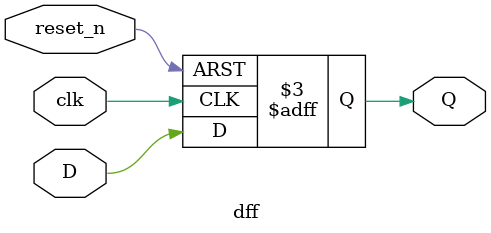
<source format=v>
`timescale 1ns / 1ps

module dff(
    input clk,
    input reset_n,
    input D,
    output reg Q
);
    always @(posedge clk or negedge reset_n) begin
        if(reset_n == 0) begin
            Q <= 1'b0;
        end
        else begin
            Q <= D;
        end
    end
endmodule
</source>
